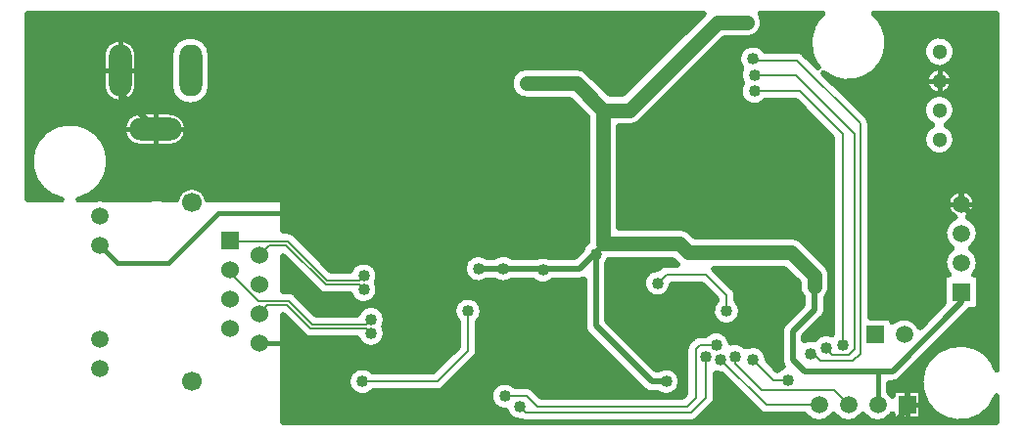
<source format=gbl>
%FSLAX25Y25*%
%MOIN*%
G70*
G01*
G75*
G04 Layer_Physical_Order=2*
G04 Layer_Color=16711680*
%ADD10C,0.02000*%
%ADD11R,0.04331X0.03937*%
%ADD12R,0.05118X0.05906*%
%ADD13R,0.09843X0.07087*%
%ADD14R,0.03937X0.04331*%
%ADD15R,0.07087X0.09843*%
%ADD16R,0.14173X0.09843*%
%ADD17R,0.06000X0.06000*%
%ADD18O,0.08661X0.02362*%
%ADD19R,0.06102X0.13583*%
%ADD20R,0.06102X0.04331*%
%ADD21R,0.06102X0.04331*%
%ADD22O,0.08268X0.01181*%
%ADD23O,0.01181X0.08268*%
%ADD24R,0.01496X0.08661*%
%ADD25O,0.17323X0.05906*%
%ADD26C,0.01500*%
%ADD27C,0.01000*%
%ADD28C,0.00800*%
%ADD29C,0.05000*%
%ADD30C,0.05118*%
%ADD31R,0.05906X0.05906*%
%ADD32C,0.05906*%
%ADD33O,0.17716X0.07874*%
%ADD34O,0.07874X0.17716*%
%ADD35C,0.05906*%
%ADD36C,0.06000*%
%ADD37C,0.06693*%
%ADD38R,0.05906X0.05906*%
%ADD39C,0.05000*%
%ADD40C,0.04000*%
D10*
X426656Y477512D02*
G03*
X431528Y483000I-656J5488D01*
G01*
X430559Y473000D02*
G03*
X426656Y477512I-4559J0D01*
G01*
Y468488D02*
G03*
X430559Y473000I-656J4512D01*
G01*
X428357Y458000D02*
G03*
X431528Y463000I-2357J5000D01*
G01*
D02*
G03*
X426656Y468488I-5528J0D01*
G01*
X431528Y483000D02*
G03*
X425344Y477512I-5528J0D01*
G01*
X408311Y486000D02*
G03*
X403749Y496032I-13311J0D01*
G01*
X425344Y477512D02*
G03*
X425344Y468488I656J-4512D01*
G01*
D02*
G03*
X423643Y458000I656J-5488D01*
G01*
D02*
G03*
X431528Y453000I2357J-5000D01*
G01*
X386543Y475721D02*
G03*
X408311Y486000I8457J10279D01*
G01*
X402368Y458500D02*
G03*
X401382Y460882I-3368J0D01*
G01*
X435626Y426527D02*
G03*
X438453Y431000I-2126J4473D01*
G01*
D02*
G03*
X431374Y426527I-4953J0D01*
G01*
X436672Y416000D02*
G03*
X439421Y421000I-3172J5000D01*
G01*
D02*
G03*
X435626Y426527I-5921J0D01*
G01*
X437792Y406921D02*
G03*
X439421Y411000I-4293J4079D01*
G01*
D02*
G03*
X436672Y416000I-5921J0D01*
G01*
X431528Y453000D02*
G03*
X428357Y458000I-5528J0D01*
G01*
X431374Y426527D02*
G03*
X430328Y416000I2126J-5527D01*
G01*
D02*
G03*
X429208Y406921I3172J-5000D01*
G01*
X365968Y493000D02*
G03*
X365051Y496032I-5469J0D01*
G01*
X386251D02*
G03*
X384721Y477543I8749J-10031D01*
G01*
X379882Y482382D02*
G03*
X377500Y483368I-2382J-2382D01*
G01*
X379882Y482382D02*
G03*
X377500Y483368I-2382J-2382D01*
G01*
X360500Y487532D02*
G03*
X365968Y493000I0J5469D01*
G01*
X366557Y483368D02*
G03*
X358636Y477376I-4057J-2868D01*
G01*
D02*
G03*
X358862Y472250I4363J-2376D01*
G01*
X402368Y458500D02*
G03*
X401382Y460882I-3368J0D01*
G01*
X379367Y418367D02*
G03*
X375500Y419969I-3867J-3867D01*
G01*
X379372Y418362D02*
G03*
X375500Y419969I-3872J-3862D01*
G01*
X358862Y472250D02*
G03*
X366652Y466131I4138J-2750D01*
G01*
X388968Y406500D02*
G03*
X387362Y410372I-5469J0D01*
G01*
X388968Y406500D02*
G03*
X387367Y410367I-5469J0D01*
G01*
X341367Y421367D02*
G03*
X337500Y422968I-3867J-3867D01*
G01*
X341372Y421362D02*
G03*
X337500Y422968I-3872J-3862D01*
G01*
X336633Y410633D02*
G03*
X336917Y410368I3867J3867D01*
G01*
X336628Y410638D02*
G03*
X336917Y410368I3872J3862D01*
G01*
X333000D02*
G03*
X330618Y409382I0J-3368D01*
G01*
X333000Y410368D02*
G03*
X330618Y409382I0J-3368D01*
G01*
X436306Y394694D02*
G03*
X436644Y395079I-2806J2806D01*
G01*
X436302Y394690D02*
G03*
X436644Y395079I-2802J2810D01*
G01*
X445532Y374488D02*
G03*
X419935Y367453I-12531J-4488D01*
G01*
X387469Y399238D02*
G03*
X388968Y403000I-3968J3762D01*
G01*
X419374Y388986D02*
G03*
X409921Y390792I-5374J-2486D01*
G01*
X386302Y392190D02*
G03*
X387469Y395000I-2802J2810D01*
G01*
X389515Y386542D02*
G03*
X383378Y384774I-2015J-4541D01*
G01*
X419953Y367363D02*
G03*
X445532Y365512I13047J2637D01*
G01*
X410000Y370031D02*
G03*
X412810Y371198I0J3968D01*
G01*
X410000Y370031D02*
G03*
X412806Y371194I0J3968D01*
G01*
X410047Y365596D02*
G03*
X408718Y367108I-5047J-3096D01*
G01*
X400000Y359328D02*
G03*
X410047Y359404I5000J3172D01*
G01*
X380130Y359132D02*
G03*
X390000Y359328I4870J3368D01*
G01*
D02*
G03*
X400000Y359328I5000J3172D01*
G01*
X378031Y403000D02*
G03*
X379532Y399238I5469J0D01*
G01*
X386306Y392194D02*
G03*
X387469Y395000I-2806J2806D01*
G01*
X358484Y394484D02*
G03*
X356884Y398136I-4969J0D01*
G01*
X373198Y390310D02*
G03*
X372031Y387500I2802J-2810D01*
G01*
X373194Y390306D02*
G03*
X372031Y387500I2806J-2806D01*
G01*
X356884Y399984D02*
G03*
X355898Y402366I-3368J0D01*
G01*
X356884Y399984D02*
G03*
X355898Y402366I-3368J0D01*
G01*
X350147Y398136D02*
G03*
X358484Y394484I3368J-3652D01*
G01*
X354918Y383710D02*
G03*
X346348Y386368I-4918J-710D01*
G01*
X344500D02*
G03*
X342118Y385382I0J-3368D01*
G01*
X344500Y386368D02*
G03*
X342118Y385382I0J-3368D01*
G01*
X383378Y384774D02*
G03*
X379969Y384534I-1378J-4774D01*
G01*
X372031Y378000D02*
G03*
X372791Y375665I3968J0D01*
G01*
X372031Y378000D02*
G03*
X372791Y375665I3968J0D01*
G01*
D02*
G03*
X370871Y374393I1709J-4665D01*
G01*
X367469Y378000D02*
G03*
X360146Y382375I-4969J0D01*
G01*
D02*
G03*
X354918Y383710I-3646J-3375D01*
G01*
X364618Y360118D02*
G03*
X367000Y359132I2382J2382D01*
G01*
X364618Y360118D02*
G03*
X367000Y359132I2382J2382D01*
G01*
X340618Y383882D02*
G03*
X339632Y381500I2382J-2382D01*
G01*
X340618Y383882D02*
G03*
X339632Y381500I2382J-2382D01*
G01*
X349868Y373307D02*
G03*
X351701Y373036I1632J4693D01*
G01*
X337968Y370500D02*
G03*
X330011Y374468I-4969J0D01*
G01*
Y366531D02*
G03*
X337968Y370500I2990J3968D01*
G01*
X325194Y367694D02*
G03*
X328000Y366531I2806J2806D01*
G01*
X348882Y362618D02*
G03*
X349868Y365000I-2382J2382D01*
G01*
X348882Y362618D02*
G03*
X349868Y365000I-2382J2382D01*
G01*
X341500Y356631D02*
G03*
X343882Y357618I0J3368D01*
G01*
X341500Y356631D02*
G03*
X343882Y357618I0J3368D01*
G01*
X306218Y476015D02*
G03*
X302346Y477622I-3872J-3862D01*
G01*
X306213Y476020D02*
G03*
X302346Y477622I-3867J-3867D01*
G01*
X285500D02*
G03*
X285500Y466685I0J-5469D01*
G01*
X320500Y457531D02*
G03*
X324372Y459138I0J5469D01*
G01*
X320500Y457531D02*
G03*
X324367Y459133I0J5469D01*
G01*
X306031Y417984D02*
G03*
X304211Y415323I2968J-3984D01*
G01*
X206482Y420782D02*
G03*
X204100Y421769I-2382J-2382D01*
G01*
X206482Y420782D02*
G03*
X204100Y421769I-2382J-2382D01*
G01*
X177905Y481421D02*
G03*
X164094Y481421I-6905J0D01*
G01*
Y471579D02*
G03*
X177905Y471579I6905J0D01*
G01*
X152937Y481421D02*
G03*
X141063Y481421I-5937J0D01*
G01*
Y471579D02*
G03*
X152937Y471579I5937J0D01*
G01*
X169858Y456500D02*
G03*
X163921Y462437I-5937J0D01*
G01*
Y450563D02*
G03*
X169858Y456500I0J5937D01*
G01*
X154079Y462437D02*
G03*
X154079Y450563I0J-5937D01*
G01*
X176754Y432500D02*
G03*
X166246Y432500I-5254J-988D01*
G01*
X162748D02*
G03*
X156252Y432500I-3248J-8996D01*
G01*
X143311Y445500D02*
G03*
X127139Y432500I-13311J0D01*
G01*
X132861D02*
G03*
X143311Y445500I-2861J13000D01*
G01*
X142362Y432500D02*
G03*
X138055Y432500I-2154J-5516D01*
G01*
X312968Y411011D02*
G03*
X313562Y412032I-3968J2990D01*
G01*
X303500Y405031D02*
G03*
X305031Y405339I0J3968D01*
G01*
X303500Y405031D02*
G03*
X305031Y405339I0J3968D01*
G01*
X330201Y408964D02*
G03*
X334955Y403631I-201J-4964D01*
G01*
X293172Y412968D02*
G03*
X288828Y412968I-2172J-4468D01*
G01*
X287442Y405031D02*
G03*
X294557Y405031I3557J3469D01*
G01*
X280489Y412968D02*
G03*
X274511Y412968I-2990J-3968D01*
G01*
X271989D02*
G03*
X271989Y405031I-2990J-3968D01*
G01*
X274511D02*
G03*
X280489Y405031I2990J3968D01*
G01*
X270468Y394500D02*
G03*
X262132Y390848I-4969J0D01*
G01*
X268868D02*
G03*
X270468Y394500I-3368J3652D01*
G01*
X305031Y389500D02*
G03*
X306198Y386690I3968J0D01*
G01*
X305031Y389500D02*
G03*
X306194Y386694I3968J0D01*
G01*
X287882Y367882D02*
G03*
X285500Y368868I-2382J-2382D01*
G01*
X325190Y367698D02*
G03*
X328000Y366531I2810J2802D01*
G01*
X287882Y367882D02*
G03*
X285500Y368868I-2382J-2382D01*
G01*
X283398Y357037D02*
G03*
X285000Y356631I1602J2963D01*
G01*
X283398Y357037D02*
G03*
X285000Y356631I1602J2963D01*
G01*
X267882Y378618D02*
G03*
X268868Y381000I-2382J2382D01*
G01*
X267882Y378618D02*
G03*
X268868Y381000I-2382J2382D01*
G01*
X278410Y360548D02*
G03*
X283398Y357037I4752J1452D01*
G01*
X281652Y368868D02*
G03*
X278410Y360548I-3652J-3368D01*
G01*
X234404Y404200D02*
G03*
X234968Y406500I-4404J2300D01*
G01*
D02*
G03*
X225357Y408268I-4969J0D01*
G01*
X234968Y401900D02*
G03*
X234404Y404200I-4969J0D01*
G01*
X225357Y400132D02*
G03*
X234968Y401900I4643J1768D01*
G01*
X237469Y391600D02*
G03*
X227857Y393369I-4969J0D01*
G01*
X206882Y400382D02*
G03*
X204500Y401369I-2382J-2382D01*
G01*
X214638Y401118D02*
G03*
X217020Y400132I2382J2382D01*
G01*
X214638Y401118D02*
G03*
X217020Y400132I2382J2382D01*
G01*
X206882Y400382D02*
G03*
X204500Y401369I-2382J-2382D01*
G01*
X255000Y367131D02*
G03*
X257382Y368118I0J3368D01*
G01*
X255000Y367131D02*
G03*
X257382Y368118I0J3368D01*
G01*
X237469Y387000D02*
G03*
X236904Y389300I-4969J0D01*
G01*
D02*
G03*
X237469Y391600I-4404J2300D01*
G01*
X227857Y385231D02*
G03*
X237469Y387000I4643J1768D01*
G01*
X209538Y386218D02*
G03*
X211920Y385231I2382J2382D01*
G01*
X209538Y386218D02*
G03*
X211920Y385231I2382J2382D01*
G01*
X233152Y373868D02*
G03*
X233152Y367131I-3652J-3368D01*
G01*
X431436Y484000D02*
X445532D01*
X430643Y486000D02*
X445532D01*
X431436Y482000D02*
X445532D01*
X428357Y488000D02*
X445532D01*
X430643Y480000D02*
X445532D01*
X430448Y474000D02*
X445532D01*
X428357Y478000D02*
X445532D01*
X429433Y476000D02*
X445532D01*
X430000Y486815D02*
Y496032D01*
X428000Y488153D02*
Y496032D01*
X430000Y475187D02*
Y479185D01*
X426000Y488528D02*
Y496032D01*
X428000Y477097D02*
Y477847D01*
X424000Y477097D02*
Y477847D01*
X430448Y472000D02*
X445532D01*
X436000Y435276D02*
Y496032D01*
X438000Y433069D02*
Y496032D01*
X429433Y470000D02*
X445532D01*
X428357Y468000D02*
X445532D01*
X431436Y464000D02*
X445532D01*
X431436Y462000D02*
X445532D01*
X430643Y466000D02*
X445532D01*
X430643Y460000D02*
X445532D01*
X434000Y435927D02*
Y496032D01*
X430000Y466815D02*
Y470813D01*
X432000Y435720D02*
Y496032D01*
X430000Y456815D02*
Y459185D01*
X428000Y468153D02*
Y468903D01*
X406882Y492000D02*
X445532D01*
X405639Y494000D02*
X445532D01*
X424000Y488153D02*
Y496032D01*
X403749D02*
X445532D01*
X403785Y496000D02*
X445532D01*
X408160Y488000D02*
X423643D01*
X407696Y490000D02*
X445532D01*
X405639Y478000D02*
X423643D01*
X422000Y486815D02*
Y496032D01*
X408000Y488861D02*
Y496032D01*
X408311Y486000D02*
X421357D01*
X406000Y493496D02*
Y496032D01*
X408160Y484000D02*
X420564D01*
X407696Y482000D02*
X420564D01*
X406882Y480000D02*
X421357D01*
X403785Y476000D02*
X422567D01*
X422000Y475187D02*
Y479185D01*
X424000Y468153D02*
Y468903D01*
X392264Y470000D02*
X422567D01*
X422000Y456815D02*
Y459185D01*
X394264Y468000D02*
X423643D01*
X422000Y466815D02*
Y470813D01*
X400761Y474000D02*
X421552D01*
X396264Y466000D02*
X421357D01*
X390264Y472000D02*
X421552D01*
X402016Y460000D02*
X421357D01*
X398264Y464000D02*
X420564D01*
X400264Y462000D02*
X420564D01*
X431436Y454000D02*
X445532D01*
X430643Y456000D02*
X445532D01*
X431436Y452000D02*
X445532D01*
X430643Y450000D02*
X445532D01*
X428357Y448000D02*
X445532D01*
X438351Y432000D02*
X445532D01*
X438351Y430000D02*
X445532D01*
X437441Y434000D02*
X445532D01*
X436672Y426000D02*
X445532D01*
X430000Y434504D02*
Y449185D01*
X437441Y428000D02*
X445532D01*
X436000Y426368D02*
Y426724D01*
X430000Y425776D02*
Y427496D01*
X439336Y422000D02*
X445532D01*
X438605Y424000D02*
X445532D01*
X439336Y420000D02*
X445532D01*
X438605Y418000D02*
X445532D01*
X436672Y416000D02*
X445532D01*
X439336Y412000D02*
X445532D01*
X439421Y406000D02*
X445532D01*
X438605Y414000D02*
X445532D01*
X438605Y408000D02*
X445532D01*
X438000Y424849D02*
Y428931D01*
Y414849D02*
Y417151D01*
X430000Y415776D02*
Y416224D01*
X439336Y410000D02*
X445532D01*
X437792Y406921D02*
X439421D01*
X428357Y458000D02*
X445532D01*
X402368Y446000D02*
X445532D01*
X402368Y444000D02*
X445532D01*
X402368Y442000D02*
X445532D01*
X402368Y436000D02*
X445532D01*
X402368Y428000D02*
X429559D01*
X402368Y440000D02*
X445532D01*
X402368Y438000D02*
X445532D01*
X402368Y452000D02*
X420564D01*
X402368Y454000D02*
X420564D01*
X402368Y450000D02*
X421357D01*
X402368Y458000D02*
X423643D01*
X402368Y456000D02*
X421357D01*
X402368Y432000D02*
X428649D01*
X402368Y430000D02*
X428649D01*
X402368Y448000D02*
X423643D01*
X402368Y434000D02*
X429559D01*
X402368Y426000D02*
X430328D01*
X402368Y424000D02*
X428395D01*
X402368Y418000D02*
X428395D01*
X402368Y408000D02*
X428395D01*
X427579Y406921D02*
X429208D01*
X402368Y416000D02*
X430328D01*
X402368Y414000D02*
X428395D01*
X428000Y423194D02*
Y447847D01*
Y413194D02*
Y418807D01*
X402368Y422000D02*
X427664D01*
X402368Y420000D02*
X427664D01*
X402368Y412000D02*
X427664D01*
X428000Y406921D02*
Y408807D01*
X402368Y410000D02*
X427664D01*
X402368Y406000D02*
X427579D01*
X384000Y493496D02*
Y496032D01*
X382000Y488861D02*
Y496032D01*
X378000Y483331D02*
Y496032D01*
X365051D02*
X386251D01*
X365072Y496000D02*
X386215D01*
X365876Y494000D02*
X384361D01*
X366026Y484000D02*
X381840D01*
X365876Y492000D02*
X383118D01*
X365072Y490000D02*
X382304D01*
X374000Y483368D02*
Y496032D01*
X372000Y483368D02*
Y496032D01*
X376000Y483368D02*
Y496032D01*
X370000Y483368D02*
Y496032D01*
X366557Y483368D02*
X377500D01*
X368000D02*
Y496032D01*
X364000Y485237D02*
Y488798D01*
X366000Y484026D02*
Y496032D01*
X400000Y462264D02*
Y473664D01*
X390000Y472264D02*
Y473664D01*
X402000Y460032D02*
Y474678D01*
X388264Y474000D02*
X389240D01*
X386543Y475721D02*
X401382Y460882D01*
X396000Y466264D02*
Y472727D01*
X398000Y464264D02*
Y473032D01*
X392000Y470264D02*
Y473032D01*
X394000Y468264D02*
Y472727D01*
X382000Y480264D02*
Y483139D01*
X380000Y482264D02*
Y496032D01*
X382264Y480000D02*
X383118D01*
X388000Y474264D02*
Y474678D01*
X380264Y482000D02*
X382304D01*
X379882Y482382D02*
X384721Y477543D01*
X362715Y488000D02*
X381840D01*
X362000Y485443D02*
Y487741D01*
X352765Y487532D02*
X360500D01*
X358000Y482606D02*
Y487532D01*
X351234Y486000D02*
X381689D01*
X360000Y484794D02*
Y487532D01*
X349234Y484000D02*
X358974D01*
X347234Y482000D02*
X357763D01*
X338000Y488234D02*
Y496032D01*
X336000Y486234D02*
Y496032D01*
X334000Y484234D02*
Y496032D01*
X332000Y482234D02*
Y496032D01*
X330000Y480234D02*
Y496032D01*
X344000Y494234D02*
Y496032D01*
X345234Y480000D02*
X357557D01*
X342000Y492234D02*
Y496032D01*
X340000Y490234D02*
Y496032D01*
X358000Y419969D02*
Y478394D01*
X356000Y419969D02*
Y487532D01*
X352000Y419969D02*
Y486766D01*
X354000Y419969D02*
Y487532D01*
X343234Y478000D02*
X358206D01*
X341234Y476000D02*
X358133D01*
X339234Y474000D02*
X358133D01*
X348000Y419969D02*
Y482766D01*
X346000Y419969D02*
Y480766D01*
X350000Y419969D02*
Y484766D01*
X328000Y478234D02*
Y496032D01*
X326000Y476234D02*
Y496032D01*
X342000Y420734D02*
Y476766D01*
X344000Y419969D02*
Y478766D01*
X338000Y422946D02*
Y472766D01*
X340000Y422364D02*
Y474766D01*
X377105Y466131D02*
X389632Y453605D01*
X376000Y419946D02*
Y466131D01*
X378000Y419364D02*
Y465236D01*
X366652Y466131D02*
X377105D01*
X366527Y466000D02*
X377236D01*
X371000Y419969D02*
X375500D01*
X372000D02*
Y466131D01*
X370000Y419969D02*
Y466131D01*
X374000Y419969D02*
Y466131D01*
X368000Y419969D02*
Y466131D01*
X364000Y419969D02*
Y464633D01*
X366000Y419969D02*
Y465540D01*
X360000Y419969D02*
Y465540D01*
X362000Y419969D02*
Y464633D01*
X385734Y412000D02*
X389632D01*
X383734Y414000D02*
X389632D01*
X379734Y418000D02*
X389632D01*
X381734Y416000D02*
X389632D01*
X388759Y408000D02*
X389632D01*
X388968Y406000D02*
X389632D01*
X387702Y410000D02*
X389632D01*
X386000Y411734D02*
Y457236D01*
X384000Y413734D02*
Y459236D01*
X388000Y409607D02*
Y455236D01*
X380000Y417734D02*
Y463236D01*
X382000Y415734D02*
Y461236D01*
X379372Y418362D02*
X387362Y410372D01*
X354000Y404264D02*
Y409031D01*
X352000Y406264D02*
Y409031D01*
X352264Y406000D02*
X376266D01*
X337234Y472000D02*
X358706D01*
X333234Y468000D02*
X358263D01*
X331234Y466000D02*
X359473D01*
X329234Y464000D02*
X379236D01*
X327234Y462000D02*
X381236D01*
X342734Y420000D02*
X389632D01*
X342765Y419969D02*
X371000D01*
X325234Y460000D02*
X383236D01*
X340607Y422000D02*
X389632D01*
X335234Y470000D02*
X358057D01*
X336000Y422968D02*
Y470766D01*
X334000Y422968D02*
Y468766D01*
X330000Y422968D02*
Y464766D01*
X332000Y422968D02*
Y466766D01*
X326000Y422968D02*
Y460766D01*
X328000Y422968D02*
Y462766D01*
X341372Y421362D02*
X342765Y419969D01*
X335235Y412032D02*
X336628Y410638D01*
X336000Y410368D02*
Y411266D01*
X350000Y408264D02*
Y409031D01*
X350264Y408000D02*
X374266D01*
X333000Y410368D02*
X336917D01*
X349232Y409031D02*
X373235D01*
X334000Y410368D02*
Y412032D01*
X332000Y410217D02*
Y412032D01*
X330000Y408968D02*
Y412032D01*
X328000Y408548D02*
Y412032D01*
X330201Y408964D02*
X330618Y409382D01*
X326000Y406947D02*
Y412032D01*
X439421Y400000D02*
X445532D01*
X439421Y402000D02*
X445532D01*
X439421Y398000D02*
X445532D01*
X439421Y404000D02*
X445532D01*
X439421Y395079D02*
Y406921D01*
Y396000D02*
X445532D01*
X435612Y394000D02*
X445532D01*
X433612Y392000D02*
X445532D01*
X431612Y390000D02*
X445532D01*
X427579Y397191D02*
Y406921D01*
X426000Y395612D02*
Y447472D01*
X424000Y393612D02*
Y447847D01*
X422000Y391612D02*
Y449185D01*
X420000Y389612D02*
Y496032D01*
X436644Y395079D02*
X439421D01*
X418776Y390000D02*
X420388D01*
X444000Y377496D02*
Y496032D01*
X442000Y379807D02*
Y496032D01*
X445532Y374488D02*
Y496032D01*
X429612Y388000D02*
X445532D01*
X440000Y381322D02*
Y496032D01*
X427612Y386000D02*
X445532D01*
X438761Y382000D02*
X445532D01*
X425612Y384000D02*
X445532D01*
X436000Y382969D02*
Y394388D01*
X434000Y383273D02*
Y392388D01*
X438000Y382336D02*
Y395079D01*
X419374Y388986D02*
X427579Y397191D01*
X432000Y383273D02*
Y390388D01*
X430000Y382969D02*
Y388388D01*
X428000Y382336D02*
Y386388D01*
X426000Y381322D02*
Y384388D01*
X424000Y379807D02*
Y382388D01*
X402368Y404000D02*
X427579D01*
X408000Y392421D02*
Y483139D01*
X414000Y392421D02*
Y496032D01*
X402368Y402000D02*
X427579D01*
X402368Y400000D02*
X427579D01*
X402368Y394000D02*
X424388D01*
X402368Y392421D02*
X409921D01*
X402368Y398000D02*
X427579D01*
X402368Y396000D02*
X426388D01*
X388968Y404000D02*
X389632D01*
X388968Y403000D02*
Y406500D01*
X402368Y392421D02*
Y458500D01*
X388876Y402000D02*
X389632D01*
X388072Y400000D02*
X389632D01*
X387469Y398000D02*
X389632D01*
X387469Y396000D02*
X389632D01*
X387340Y394000D02*
X389632D01*
X418000Y390866D02*
Y496032D01*
X416000Y392073D02*
Y496032D01*
X412810Y371198D02*
X436302Y394690D01*
X412000Y392073D02*
Y496032D01*
X410000Y390866D02*
Y496032D01*
X409921Y392000D02*
X411806D01*
X416193D02*
X422388D01*
X409921Y390792D02*
Y392421D01*
X406000D02*
Y478504D01*
X404000Y392421D02*
Y476193D01*
X389632Y386652D02*
Y453605D01*
X388000Y386943D02*
Y399893D01*
X386112Y392000D02*
X389632D01*
X384112Y390000D02*
X389632D01*
X382112Y388000D02*
X389632D01*
X443639Y378000D02*
X445532D01*
X441785Y380000D02*
X445532D01*
X444882Y376000D02*
X445532D01*
X423612Y382000D02*
X427240D01*
X421612Y380000D02*
X424215D01*
X444882Y364000D02*
X445532D01*
X443639Y362000D02*
X445532D01*
X419953Y360000D02*
X424215D01*
X441785D02*
X445532D01*
X419612Y378000D02*
X422361D01*
X422000Y377496D02*
Y380388D01*
X420000Y372861D02*
Y378388D01*
X417612Y376000D02*
X421118D01*
X418000Y367453D02*
Y376388D01*
X419953Y364000D02*
X421118D01*
X419953Y362000D02*
X422361D01*
X416000Y367453D02*
Y374388D01*
X419953Y366000D02*
X420304D01*
X444000Y356469D02*
Y362504D01*
X442000Y356469D02*
Y360193D01*
X445532Y356469D02*
Y365512D01*
X440000Y356469D02*
Y358678D01*
X438761Y358000D02*
X445532D01*
X438000Y356469D02*
Y357664D01*
X430000Y356469D02*
Y357031D01*
X436000Y356469D02*
Y357031D01*
X424000Y356469D02*
Y360193D01*
X422000Y356469D02*
Y362504D01*
X426000Y356469D02*
Y358678D01*
X419953Y357547D02*
Y367363D01*
X420000Y356469D02*
Y367139D01*
X419953Y358000D02*
X427240D01*
X428000Y356469D02*
Y357664D01*
X416000Y356469D02*
Y357547D01*
X418000Y356469D02*
Y357547D01*
X415612Y374000D02*
X420304D01*
X413612Y372000D02*
X419840D01*
X414000Y367453D02*
Y372388D01*
X408718Y370000D02*
X419689D01*
X408718Y368000D02*
X419840D01*
X410047Y367453D02*
X419935D01*
X412000D02*
Y370572D01*
X408718Y367108D02*
Y370031D01*
X410000Y365672D02*
Y370031D01*
X410047Y365596D02*
Y367453D01*
X408848Y358000D02*
X410047D01*
X408718Y370031D02*
X410000D01*
X414000Y356469D02*
Y357547D01*
X410047D02*
Y359404D01*
X410000Y356469D02*
Y359328D01*
X398849Y358000D02*
X401152D01*
X410047Y357547D02*
X419953D01*
X412000Y356469D02*
Y357547D01*
X402000Y356469D02*
Y357395D01*
X408000Y356469D02*
Y357395D01*
X390000Y356469D02*
Y359328D01*
X400000Y356469D02*
Y359328D01*
X392000Y356469D02*
Y357395D01*
X398000Y356469D02*
Y357395D01*
X388848Y358000D02*
X391151D01*
X388000Y356469D02*
Y357395D01*
X379532Y396644D02*
Y399238D01*
X387469Y395000D02*
Y399238D01*
X373235Y409031D02*
X378031Y404235D01*
X356884Y400000D02*
X378928D01*
X373198Y390310D02*
X379532Y396644D01*
X357027Y398000D02*
X379532D01*
X358247Y396000D02*
X378888D01*
X378031Y403000D02*
Y404235D01*
X378000Y395112D02*
Y404266D01*
X376000Y393112D02*
Y406266D01*
X358000Y396624D02*
Y409031D01*
X374000Y391112D02*
Y408266D01*
X358461Y394000D02*
X376888D01*
X357819Y392000D02*
X374888D01*
X356884Y398136D02*
Y399984D01*
X379969Y385856D02*
X386302Y392190D01*
X386000Y386737D02*
Y391888D01*
X384000Y385526D02*
Y389888D01*
X380112Y386000D02*
X384553D01*
X382000Y384968D02*
Y387888D01*
X380000Y384548D02*
Y385888D01*
X379969Y384534D02*
Y385856D01*
X372000Y375294D02*
Y409031D01*
X368000Y377264D02*
Y409031D01*
X370000Y375264D02*
Y409031D01*
X360000Y382526D02*
Y409031D01*
X366000Y381526D02*
Y409031D01*
X364000Y382737D02*
Y409031D01*
X372031Y378000D02*
Y387500D01*
X358000Y383737D02*
Y392345D01*
X362000Y382943D02*
Y409031D01*
X356000Y402259D02*
Y409031D01*
X354264Y404000D02*
X378031D01*
X349232Y409031D02*
X355898Y402366D01*
X356215Y402000D02*
X378124D01*
X355655Y390000D02*
X372918D01*
X352000Y387548D02*
Y389753D01*
X345105Y403631D02*
X350147Y398589D01*
X348000Y387548D02*
Y400736D01*
X346000Y386368D02*
Y402736D01*
X334955Y403631D02*
X345105D01*
X334548Y402000D02*
X346736D01*
X350147Y398136D02*
Y398589D01*
X350000Y397995D02*
Y398736D01*
X332947Y400000D02*
X348736D01*
X350000Y387968D02*
Y390973D01*
X356000Y383943D02*
Y390181D01*
X354000Y385947D02*
Y389539D01*
X344500Y386368D02*
X346348D01*
X344000Y386331D02*
Y403631D01*
X353961Y386000D02*
X372031D01*
X340618Y383882D02*
X342118Y385382D01*
X342000Y385264D02*
Y403631D01*
X340000Y383032D02*
Y403631D01*
X338000Y365369D02*
Y403631D01*
X334000Y375367D02*
Y401053D01*
X336000Y374461D02*
Y403631D01*
X332000Y375367D02*
Y399452D01*
X330000Y374468D02*
Y399031D01*
X326000Y378112D02*
Y401053D01*
X328000Y376112D02*
Y399452D01*
X354867Y384000D02*
X372031D01*
X367048Y380000D02*
X372031D01*
X369264Y376000D02*
X372572D01*
X367469Y378000D02*
X372031D01*
X367000Y359132D02*
X380130D01*
X365447Y382000D02*
X372031D01*
X367464Y377799D02*
X370871Y374393D01*
X351701Y373036D02*
X364618Y360118D01*
X349868Y366000D02*
X358736D01*
X349868Y372000D02*
X352736D01*
X349868Y370000D02*
X354736D01*
X372000Y356469D02*
Y359132D01*
X370000Y356469D02*
Y359132D01*
X374000Y356469D02*
Y359132D01*
X368000Y356469D02*
Y359132D01*
X380000Y356469D02*
Y359132D01*
X382000Y356469D02*
Y357395D01*
X376000Y356469D02*
Y359132D01*
X378000Y356469D02*
Y359132D01*
X356000Y356469D02*
Y368736D01*
X354000Y356469D02*
Y370736D01*
X358000Y356469D02*
Y366736D01*
X350000Y356469D02*
Y373263D01*
X352000Y356469D02*
Y372736D01*
X364000Y356469D02*
Y360736D01*
X366000Y356469D02*
Y359283D01*
X360000Y356469D02*
Y364736D01*
X362000Y356469D02*
Y362736D01*
X326112Y378000D02*
X339632D01*
X336526Y374000D02*
X339632D01*
X337943Y370000D02*
X339632D01*
X349868Y368000D02*
X356736D01*
X337737Y372000D02*
X339632D01*
X337294Y368000D02*
X339632D01*
Y366395D02*
Y381500D01*
X328112Y376000D02*
X339632D01*
X329644Y374468D02*
X330011D01*
X328000Y366531D02*
X330011D01*
X335106Y366000D02*
X339236D01*
X328000Y365369D02*
Y366531D01*
X349717Y364000D02*
X360736D01*
X349868Y365000D02*
Y373307D01*
X343882Y357618D02*
X348882Y362618D01*
X348264Y362000D02*
X362736D01*
X348000Y356469D02*
Y361736D01*
X346264Y360000D02*
X364742D01*
X344264Y358000D02*
X381152D01*
X336000Y365369D02*
Y366539D01*
X338605Y365369D02*
X339632Y366395D01*
X326000Y365369D02*
Y367072D01*
X330000Y365369D02*
Y366531D01*
X344000Y356469D02*
Y357736D01*
X346000Y356469D02*
Y359736D01*
X306000Y476223D02*
Y496032D01*
X304000Y477366D02*
Y496032D01*
X308000Y474234D02*
Y496032D01*
X300000Y477622D02*
Y496032D01*
X302000Y477622D02*
Y496032D01*
X306234Y476000D02*
X325766D01*
X285500Y477622D02*
X302346D01*
X288000D02*
Y496032D01*
X286000Y477622D02*
Y496032D01*
X290000Y477622D02*
Y496032D01*
X284000Y477412D02*
Y496032D01*
X282000Y476355D02*
Y496032D01*
X296000Y477622D02*
Y496032D01*
X298000Y477622D02*
Y496032D01*
X292000Y477622D02*
Y496032D01*
X294000Y477622D02*
Y496032D01*
X324000Y474234D02*
Y496032D01*
X322000Y472234D02*
Y496032D01*
X324372Y459138D02*
X352765Y487532D01*
X320000Y470234D02*
Y496032D01*
X318235Y468469D02*
X345798Y496032D01*
X312234Y470000D02*
X319766D01*
X313765Y468469D02*
X318235D01*
X308234Y474000D02*
X323766D01*
X310234Y472000D02*
X321766D01*
X316000Y468469D02*
Y496032D01*
X314000Y468469D02*
Y496032D01*
X318000Y468469D02*
Y496032D01*
X312000Y470234D02*
Y496032D01*
X280000Y413294D02*
Y496032D01*
X310000Y472234D02*
Y496032D01*
X306218Y476015D02*
X313765Y468469D01*
X282000Y412968D02*
Y467952D01*
X115469Y494000D02*
X343766D01*
X115469Y492000D02*
X341766D01*
X115469Y490000D02*
X339766D01*
X115469Y496032D02*
X345798D01*
X115469Y496000D02*
X345766D01*
X177406Y484000D02*
X333766D01*
X177881Y482000D02*
X331766D01*
X173099Y488000D02*
X337766D01*
X176169Y486000D02*
X335766D01*
X177905Y480000D02*
X329766D01*
X196000Y432500D02*
Y496032D01*
X198000Y432500D02*
Y496032D01*
X177905Y478000D02*
X327766D01*
X177905Y476000D02*
X281613D01*
X177905Y474000D02*
X280353D01*
X177905Y472000D02*
X280034D01*
X177723Y470000D02*
X280473D01*
X176906Y468000D02*
X281943D01*
X270000Y413867D02*
Y496032D01*
X268000Y413867D02*
Y496032D01*
X214000Y413264D02*
Y496032D01*
X210000Y417264D02*
Y496032D01*
X212000Y415264D02*
Y496032D01*
X278000Y413943D02*
Y496032D01*
X276000Y413737D02*
Y496032D01*
X272000Y412968D02*
Y496032D01*
X274000Y412968D02*
Y496032D01*
X194000Y432500D02*
Y496032D01*
X192000Y432500D02*
Y496032D01*
X200000Y432500D02*
Y496032D01*
X188000Y432500D02*
Y496032D01*
X190000Y432500D02*
Y496032D01*
X206000Y421181D02*
Y496032D01*
X208000Y419264D02*
Y496032D01*
X202000Y432500D02*
Y496032D01*
X204000Y421769D02*
Y496032D01*
X316968Y446000D02*
X389632D01*
X316968Y448000D02*
X389632D01*
X316968Y444000D02*
X389632D01*
X316968Y452000D02*
X389632D01*
X316968Y450000D02*
X389632D01*
X316968Y436000D02*
X389632D01*
X316968Y434000D02*
X389632D01*
X316968Y442000D02*
X389632D01*
X316968Y438000D02*
X389632D01*
X322715Y458000D02*
X385236D01*
X285500Y466685D02*
X300081D01*
X306031Y460735D01*
X316968Y454000D02*
X389236D01*
X316968Y440000D02*
X389632D01*
X316968Y457531D02*
X320500D01*
X316968Y456000D02*
X387236D01*
X322000Y422968D02*
Y457741D01*
X320000Y422968D02*
Y457531D01*
X324000Y422968D02*
Y458798D01*
X316968Y432000D02*
X389632D01*
X316968Y430000D02*
X389632D01*
X316968Y424000D02*
X389632D01*
X316968Y422968D02*
X337500D01*
X316968Y428000D02*
X389632D01*
X316968Y426000D02*
X389632D01*
X306000Y417961D02*
Y460766D01*
X304000Y415112D02*
Y462766D01*
X302000Y413112D02*
Y464766D01*
X290000Y413367D02*
Y466685D01*
X292000Y413367D02*
Y466685D01*
X316968Y422968D02*
Y457531D01*
X318000Y422968D02*
Y457531D01*
X306031Y417984D02*
Y460735D01*
X169837Y456000D02*
X306031D01*
X169666Y458000D02*
X306031D01*
X169306Y454000D02*
X306031D01*
X168717Y460000D02*
X306031D01*
X167794Y452000D02*
X306031D01*
X143074Y448000D02*
X306031D01*
X143302Y446000D02*
X306031D01*
X142527Y450000D02*
X306031D01*
X140997Y438000D02*
X306031D01*
X166157Y462000D02*
X304766D01*
X175070Y466000D02*
X300766D01*
X143226Y444000D02*
X306031D01*
X115469Y464000D02*
X302766D01*
X142843Y442000D02*
X306031D01*
X176232Y434000D02*
X306031D01*
X176754Y432500D02*
X202500D01*
X142122Y440000D02*
X306031D01*
X174405Y436000D02*
X306031D01*
X202500Y426000D02*
X306031D01*
X202500Y428000D02*
X306031D01*
X202500Y424000D02*
X306031D01*
X202500Y432000D02*
X306031D01*
X202500Y430000D02*
X306031D01*
X209264Y418000D02*
X306031D01*
X211264Y416000D02*
X304452D01*
X202500Y422000D02*
X306031D01*
X207264Y420000D02*
X306031D01*
X284000Y412968D02*
Y466895D01*
X202500Y421769D02*
X204100D01*
X202500D02*
Y432500D01*
X271989Y412968D02*
X274511D01*
X280489D02*
X288828D01*
X213264Y414000D02*
X302888D01*
X174000Y487641D02*
Y496032D01*
X172000Y488254D02*
Y496032D01*
X176000Y486184D02*
Y496032D01*
X170000Y488254D02*
Y496032D01*
X166000Y486184D02*
Y496032D01*
X168000Y487641D02*
Y496032D01*
X150779Y486000D02*
X165831D01*
X152348Y484000D02*
X164594D01*
X152909Y482000D02*
X164119D01*
X152000Y484622D02*
Y496032D01*
X152937Y480000D02*
X164094D01*
X148000Y487273D02*
Y496032D01*
X150000Y486545D02*
Y496032D01*
X152937Y474000D02*
X164094D01*
X152937Y472000D02*
X164094D01*
X152937Y478000D02*
X164094D01*
X152937Y476000D02*
X164094D01*
X184000Y432500D02*
Y496032D01*
X182000Y432500D02*
Y496032D01*
X186000Y432500D02*
Y496032D01*
X178000Y432500D02*
Y496032D01*
X180000Y432500D02*
Y496032D01*
X177905Y471579D02*
Y481421D01*
X152723Y470000D02*
X164277D01*
X151737Y468000D02*
X165094D01*
X162000Y462437D02*
Y496032D01*
X160000Y462437D02*
Y496032D01*
X164000Y462436D02*
Y496032D01*
X158000Y462437D02*
Y496032D01*
X154000Y462436D02*
Y496032D01*
X164094Y471579D02*
Y481421D01*
X156000Y462437D02*
Y496032D01*
X152937Y471579D02*
Y481421D01*
X152000Y462061D02*
Y468377D01*
X146000Y487273D02*
Y496032D01*
X144000Y486545D02*
Y496032D01*
X142000Y484622D02*
Y496032D01*
X115469Y488000D02*
X168901D01*
X115469Y486000D02*
X143221D01*
X115469Y484000D02*
X141652D01*
X115469Y482000D02*
X141091D01*
X141063Y471579D02*
Y481421D01*
X115469Y480000D02*
X141063D01*
X115469Y478000D02*
X141063D01*
X115469Y472000D02*
X141063D01*
X115469Y470000D02*
X141277D01*
X115469Y476000D02*
X141063D01*
X115469Y474000D02*
X141063D01*
X138000Y456139D02*
Y496032D01*
X136000Y457382D02*
Y496032D01*
X140000Y454285D02*
Y496032D01*
X132000Y458660D02*
Y496032D01*
X134000Y458196D02*
Y496032D01*
X142000Y451261D02*
Y468377D01*
X115469Y468000D02*
X142263D01*
X122000Y456139D02*
Y496032D01*
X120000Y454285D02*
Y496032D01*
X118000Y451261D02*
Y496032D01*
X115469Y432500D02*
Y496032D01*
X116000Y432500D02*
Y496032D01*
X130000Y458811D02*
Y496032D01*
X128000Y458660D02*
Y496032D01*
X126000Y458196D02*
Y496032D01*
X124000Y457382D02*
Y496032D01*
X172000Y436835D02*
Y464746D01*
X170000Y436644D02*
Y464746D01*
X174000Y436238D02*
Y465359D01*
X149031Y466000D02*
X166930D01*
X168000Y460814D02*
Y465359D01*
Y435553D02*
Y452186D01*
X166000Y462061D02*
Y466816D01*
X154079Y462437D02*
X163921D01*
X150000Y460814D02*
Y466456D01*
X154079Y450563D02*
X163921D01*
X141616Y452000D02*
X150206D01*
X176000Y434399D02*
Y466816D01*
X166000Y432500D02*
Y450939D01*
X164000Y432500D02*
Y450563D01*
X160000Y433055D02*
Y450563D01*
X158000Y432950D02*
Y450563D01*
X162748Y432500D02*
X166246D01*
X162000Y432736D02*
Y450563D01*
X150000Y432500D02*
Y452186D01*
X148000Y432500D02*
Y465727D01*
X152000Y432500D02*
Y450939D01*
X144000Y432500D02*
Y466456D01*
X146000Y432500D02*
Y465727D01*
X154000Y432500D02*
Y450563D01*
X156000Y432500D02*
Y450563D01*
X142000Y432628D02*
Y439740D01*
X142362Y432500D02*
X156252D01*
X115469Y462000D02*
X151843D01*
X115469Y466000D02*
X144969D01*
X134575Y458000D02*
X148334D01*
X115469Y460000D02*
X149283D01*
X115469Y458000D02*
X125425D01*
X138181Y456000D02*
X148163D01*
X140244Y454000D02*
X148694D01*
X115469Y456000D02*
X121819D01*
X115469Y436000D02*
X120676D01*
X115469Y450000D02*
X117473D01*
X115469Y448000D02*
X116926D01*
X115469Y446000D02*
X116698D01*
X115469Y454000D02*
X119756D01*
X115469Y452000D02*
X118384D01*
X115469Y440000D02*
X117878D01*
X115469Y438000D02*
X119003D01*
X115469Y444000D02*
X116774D01*
X115469Y442000D02*
X117157D01*
X139324Y436000D02*
X168595D01*
X140000Y432902D02*
Y436715D01*
X138000Y432500D02*
Y434861D01*
X136703Y434000D02*
X166768D01*
X132861Y432500D02*
X138055D01*
X136000D02*
Y433618D01*
X120000Y432500D02*
Y436715D01*
X122000Y432500D02*
Y434861D01*
X115469Y434000D02*
X123297D01*
X118000Y432500D02*
Y439740D01*
X126000Y432500D02*
Y432804D01*
X134000Y432500D02*
Y432804D01*
X115469Y432500D02*
X127139D01*
X124000D02*
Y433618D01*
X313548Y412000D02*
X335266D01*
X313562Y412032D02*
X335235D01*
X312968Y408000D02*
X327053D01*
X312968Y410000D02*
X331468D01*
X312968Y406000D02*
X325452D01*
X312968Y404000D02*
X325031D01*
X293106D02*
X305031D01*
X312968Y402000D02*
X325452D01*
X300000Y412968D02*
Y466685D01*
X298000Y412968D02*
Y466685D01*
X301856Y412968D02*
X304211Y415323D01*
X294000Y412968D02*
Y466685D01*
X296000Y412968D02*
Y466685D01*
X293172Y412968D02*
X301856D01*
X294557Y405031D02*
X303500D01*
X322000Y382112D02*
Y412032D01*
X320000Y384112D02*
Y412032D01*
X324000Y380112D02*
Y412032D01*
X316000Y388112D02*
Y412032D01*
X318000Y386112D02*
Y412032D01*
X312968Y400000D02*
X327053D01*
X312968Y398000D02*
X350005D01*
X312968Y396000D02*
X348784D01*
X314000Y390112D02*
Y412032D01*
X312968Y391144D02*
Y411011D01*
X305031Y389500D02*
Y405339D01*
X302000Y365369D02*
Y405031D01*
X304000Y365369D02*
Y405063D01*
X298000Y365369D02*
Y405031D01*
X300000Y365369D02*
Y405031D01*
X294000Y365369D02*
Y404539D01*
X296000Y365369D02*
Y405031D01*
X288000Y412968D02*
Y466685D01*
X286000Y412968D02*
Y466685D01*
X280489Y405031D02*
X287442D01*
X234967Y402000D02*
X305031D01*
X234503Y404000D02*
X288894D01*
X234591Y400000D02*
X305031D01*
X266000Y412960D02*
Y496032D01*
X234737Y408000D02*
X264133D01*
X215264Y412000D02*
X265039D01*
X233526Y410000D02*
X264133D01*
X271989Y405031D02*
X274511D01*
X234943Y406000D02*
X265039D01*
X266000Y399443D02*
Y405039D01*
X286000Y368831D02*
Y405031D01*
X284000Y368868D02*
Y405031D01*
X288000Y367764D02*
Y404539D01*
X280000Y370048D02*
Y404706D01*
X282000Y368868D02*
Y405031D01*
X290000Y365764D02*
Y403633D01*
X292000Y365369D02*
Y403633D01*
X269026Y398000D02*
X305031D01*
X270237Y396000D02*
X305031D01*
X276000Y370048D02*
Y404263D01*
X274000Y368447D02*
Y405031D01*
X272000Y356469D02*
Y405031D01*
X264000Y399237D02*
Y496032D01*
X268000Y398794D02*
Y404133D01*
X270000Y396606D02*
Y404133D01*
X278000Y370468D02*
Y404057D01*
X316112Y388000D02*
X372063D01*
X314112Y390000D02*
X351376D01*
X312968Y391144D02*
X329644Y374468D01*
X312968Y394000D02*
X348571D01*
X312968Y392000D02*
X349213D01*
X322112Y382000D02*
X339669D01*
X324112Y380000D02*
X339632D01*
X318112Y386000D02*
X342968D01*
X320112Y384000D02*
X340736D01*
X306198Y386690D02*
X325190Y367698D01*
X280106Y370000D02*
X322888D01*
X287758Y368000D02*
X324888D01*
X281652Y368868D02*
X285500D01*
X320000Y365369D02*
Y372888D01*
X318000Y365369D02*
Y374888D01*
X322000Y365369D02*
Y370888D01*
X314000Y365369D02*
Y378888D01*
X316000Y365369D02*
Y376888D01*
X290395Y365369D02*
X338605D01*
X324000D02*
Y368888D01*
X289764Y366000D02*
X330894D01*
X285000Y356631D02*
X341500D01*
X310000Y365369D02*
Y382888D01*
X308000Y365369D02*
Y384888D01*
X312000Y365369D02*
Y380888D01*
X287882Y367882D02*
X290395Y365369D01*
X306000D02*
Y386902D01*
X284000Y356469D02*
Y356783D01*
X282000Y356469D02*
Y357169D01*
X268868Y386000D02*
X306888D01*
X268868Y388000D02*
X305326D01*
X268868Y384000D02*
X308888D01*
X268868Y382000D02*
X310888D01*
X268717Y380000D02*
X312888D01*
X267264Y378000D02*
X314888D01*
X265264Y376000D02*
X316888D01*
X263264Y374000D02*
X318888D01*
X261264Y372000D02*
X320888D01*
X269794Y392000D02*
X305031D01*
X270443Y394000D02*
X305031D01*
X268868Y381000D02*
Y390848D01*
X237204Y390000D02*
X262132D01*
X268868D02*
X305031D01*
X259264Y370000D02*
X275894D01*
X257382Y368118D02*
X267882Y378618D01*
X278000Y356469D02*
Y360531D01*
X276000Y356469D02*
Y360952D01*
X202500Y362000D02*
X274474D01*
X202500Y360000D02*
X278613D01*
X280000Y356469D02*
Y358167D01*
X202500Y358000D02*
X280214D01*
X202500Y356469D02*
X445532D01*
X268000D02*
Y378742D01*
X270000Y356469D02*
Y392394D01*
X264000Y356469D02*
Y374736D01*
X266000Y356469D02*
Y376736D01*
X257258Y368000D02*
X273706D01*
X274000Y356469D02*
Y362553D01*
X231606Y366000D02*
X273057D01*
X202500Y364000D02*
X273263D01*
X262000Y398026D02*
Y496032D01*
X236000Y395127D02*
Y496032D01*
X234000Y409447D02*
Y496032D01*
X234808Y396000D02*
X260763D01*
X233078Y398000D02*
X261974D01*
X232000Y411048D02*
Y496032D01*
X230000Y411469D02*
Y496032D01*
X228000Y411048D02*
Y496032D01*
X222000Y408268D02*
Y496032D01*
X224000Y408268D02*
Y496032D01*
X232000Y396543D02*
Y397352D01*
X234000Y396337D02*
Y398953D01*
X226000Y409447D02*
Y496032D01*
X230000Y395894D02*
Y396932D01*
X254000Y374264D02*
Y496032D01*
X252000Y373868D02*
Y496032D01*
X250000Y373868D02*
Y496032D01*
X246000Y373868D02*
Y496032D01*
X248000Y373868D02*
Y496032D01*
X260000Y380264D02*
Y496032D01*
X258000Y378264D02*
Y496032D01*
X236850Y394000D02*
X260557D01*
X256000Y376264D02*
Y496032D01*
X242000Y373868D02*
Y496032D01*
X240000Y373868D02*
Y496032D01*
X244000Y373868D02*
Y496032D01*
X224000Y393369D02*
Y400132D01*
X238000Y373868D02*
Y496032D01*
X228000Y393706D02*
Y397352D01*
X222000Y393369D02*
Y400132D01*
X226000Y393369D02*
Y398953D01*
X218000Y409264D02*
Y496032D01*
X216000Y411264D02*
Y496032D01*
X220000Y408268D02*
Y496032D01*
X206482Y420782D02*
X218995Y408268D01*
X202500Y413256D02*
X214638Y401118D01*
X217264Y410000D02*
X226473D01*
X218995Y408268D02*
X225357D01*
X202500Y404000D02*
X211756D01*
X202500Y402000D02*
X213756D01*
X204000Y401369D02*
Y411756D01*
X202500Y401369D02*
Y413256D01*
X206000Y401016D02*
Y409756D01*
X202500Y412000D02*
X203756D01*
X202500Y410000D02*
X205756D01*
X202500Y401369D02*
X204500D01*
X202500Y408000D02*
X207756D01*
X202500Y406000D02*
X209756D01*
X217020Y400132D02*
X225357D01*
X218000Y393369D02*
Y400132D01*
X220000Y393369D02*
Y400132D01*
X207264Y400000D02*
X225409D01*
X213264Y394000D02*
X228150D01*
X213895Y393369D02*
X227857D01*
X209264Y398000D02*
X226922D01*
X211264Y396000D02*
X230192D01*
X212000Y395264D02*
Y403756D01*
X214000Y393369D02*
Y401756D01*
X208000Y399264D02*
Y407756D01*
X210000Y397264D02*
Y405756D01*
X216000Y393369D02*
Y400290D01*
X206882Y400382D02*
X213895Y393369D01*
X262132Y382395D02*
Y390848D01*
X237452Y392000D02*
X261206D01*
X262000Y382264D02*
Y390973D01*
X237367Y388000D02*
X262132D01*
X237367Y386000D02*
X262132D01*
X236461Y384000D02*
X262132D01*
X253605Y373868D02*
X262132Y382395D01*
X236000Y373868D02*
Y383473D01*
X230000Y375443D02*
Y382706D01*
X228000Y375237D02*
Y384894D01*
X233152Y373868D02*
X253605D01*
X234000D02*
Y382263D01*
X232000Y374794D02*
Y382057D01*
X233027Y374000D02*
X253736D01*
X260000Y356469D02*
Y370736D01*
X258000Y356469D02*
Y368736D01*
X262000Y356469D02*
Y372736D01*
X233152Y367131D02*
X255000D01*
X256000Y356469D02*
Y367283D01*
X252000Y356469D02*
Y367131D01*
X254000Y356469D02*
Y367131D01*
X248000Y356469D02*
Y367131D01*
X250000Y356469D02*
Y367131D01*
X244000Y356469D02*
Y367131D01*
X242000Y356469D02*
Y367131D01*
X246000Y356469D02*
Y367131D01*
X238000Y356469D02*
Y367131D01*
X240000Y356469D02*
Y367131D01*
X234000Y356469D02*
Y367131D01*
X236000Y356469D02*
Y367131D01*
X230000Y356469D02*
Y365557D01*
X232000Y356469D02*
Y366206D01*
X211920Y385231D02*
X227857D01*
X226000Y374026D02*
Y385231D01*
X202500Y384000D02*
X228539D01*
X202500Y382000D02*
X261736D01*
X202500Y376000D02*
X255736D01*
X202500Y374000D02*
X225974D01*
X202500Y380000D02*
X259736D01*
X202500Y378000D02*
X257736D01*
X202525Y393232D02*
X209538Y386218D01*
X202500Y392000D02*
X203756D01*
X202500Y390000D02*
X205756D01*
X202500Y388000D02*
X207756D01*
X202500Y386000D02*
X209778D01*
X202500Y372000D02*
X224763D01*
X202500Y370000D02*
X224557D01*
X224000Y356469D02*
Y385231D01*
X222000Y356469D02*
Y385231D01*
X218000Y356469D02*
Y385231D01*
X220000Y356469D02*
Y385231D01*
X226000Y356469D02*
Y366973D01*
X228000Y356469D02*
Y365763D01*
X202500Y368000D02*
X225206D01*
X202500Y366000D02*
X227394D01*
X206000Y356469D02*
Y389756D01*
X208000Y356469D02*
Y387756D01*
X202500Y356469D02*
Y393232D01*
X204000Y356469D02*
Y391756D01*
X214000Y356469D02*
Y385231D01*
X216000Y356469D02*
Y385231D01*
X210000Y356469D02*
Y385832D01*
X212000Y356469D02*
Y385231D01*
X311500Y417000D02*
Y417500D01*
X328000Y370500D02*
X333000D01*
X441500Y398000D02*
Y423000D01*
X415000Y371500D02*
X441500Y398000D01*
X415000Y362500D02*
Y371500D01*
X433500Y397500D02*
Y401000D01*
X410000Y374000D02*
X433500Y397500D01*
X404500Y374000D02*
X410000D01*
X415000Y361000D02*
Y362500D01*
X410500Y356500D02*
X415000Y361000D01*
X356500Y356500D02*
X410500D01*
X354000Y359000D02*
X356500Y356500D01*
X147000Y468500D02*
Y476500D01*
Y468500D02*
X159000Y456500D01*
X269000Y409000D02*
X277500D01*
X303500D01*
X309000Y389500D02*
Y414000D01*
Y389500D02*
X328000Y370500D01*
X303500Y409000D02*
X311500Y417000D01*
X383500Y395000D02*
Y403000D01*
X376000Y387500D02*
X383500Y395000D01*
X376000Y378000D02*
Y387500D01*
Y378000D02*
X380000Y374000D01*
X404500D01*
X433500Y431000D02*
Y469500D01*
X430000Y473000D02*
X433500Y469500D01*
X426000Y473000D02*
X430000D01*
X433500Y431000D02*
X441500Y423000D01*
D17*
X184500Y418520D02*
D03*
D26*
X426000Y473000D02*
X429559D01*
X426000D02*
Y476559D01*
Y469441D02*
Y473000D01*
X422441D02*
X426000D01*
X433500Y431000D02*
X437453D01*
X433500D02*
Y434953D01*
X429547Y431000D02*
X433500D01*
X415000Y362500D02*
X418953D01*
X415000Y358547D02*
Y362500D01*
Y366453D01*
X147000Y476500D02*
X151937D01*
X147000D02*
Y486358D01*
X142063Y476500D02*
X147000D01*
Y466642D02*
Y476500D01*
X159000Y456500D02*
X168858D01*
X159000D02*
Y461437D01*
Y451563D02*
Y456500D01*
X149142D02*
X159000D01*
X194500Y383520D02*
X227480D01*
X233000Y378000D01*
X140209Y417000D02*
X146209Y411000D01*
X163500D01*
X180500Y428000D01*
X223000D01*
X235500Y415500D01*
X405000Y362500D02*
Y373500D01*
X404500Y374000D02*
X405000Y373500D01*
X419500Y473000D02*
X426000D01*
X415000Y468500D02*
X419500Y473000D01*
X415000Y451500D02*
Y468500D01*
D28*
X343000Y381500D02*
X344500Y383000D01*
X343000Y365000D02*
Y381500D01*
X340000Y362000D02*
X343000Y365000D01*
X331500Y382500D02*
X339000Y375000D01*
Y367000D02*
Y375000D01*
X336500Y364500D02*
X339000Y367000D01*
X344500Y383000D02*
X350000D01*
X346500Y365000D02*
Y379000D01*
X341500Y360000D02*
X346500Y365000D01*
X377500Y480000D02*
X399000Y458500D01*
Y380000D02*
Y458500D01*
X396500Y377500D02*
X399000Y380000D01*
X377000Y475000D02*
X397000Y455000D01*
Y381500D02*
Y455000D01*
X395000Y379500D02*
X397000Y381500D01*
X378500Y469500D02*
X393000Y455000D01*
Y383000D02*
Y455000D01*
X363000Y475000D02*
X377000D01*
X265500Y381000D02*
Y394500D01*
X255000Y370500D02*
X265500Y381000D01*
X229500Y370500D02*
X255000D01*
X353516Y394484D02*
Y399984D01*
X346500Y407000D02*
X353516Y399984D01*
X333000Y407000D02*
X346500D01*
X330000Y404000D02*
X333000Y407000D01*
X356500Y376500D02*
Y379000D01*
X387500Y381500D02*
Y382000D01*
Y381500D02*
X389500Y379500D01*
X395000D01*
X382000Y380000D02*
X382500Y380500D01*
X385500Y377500D02*
X396500D01*
X382500Y380500D02*
X385500Y377500D01*
X363000Y469500D02*
X378500D01*
X361500Y480000D02*
X377500D01*
X351500Y378000D02*
X367000Y362500D01*
X385000D01*
X356500Y376500D02*
X365500Y367500D01*
X390000D01*
X395000Y362500D01*
X362500Y378000D02*
X369500Y371000D01*
X374500D01*
X328000Y382500D02*
X331500D01*
X283000Y362000D02*
X285000Y360000D01*
X341500D01*
X278000Y365500D02*
X285500D01*
X289000Y362000D01*
X340000D01*
X307846Y368000D02*
X321500D01*
X325000Y364500D01*
X336500D01*
X204100Y418400D02*
X217600Y404900D01*
X228400D01*
X230000Y406500D01*
X184500Y418520D02*
X184620Y418400D01*
X204100D01*
X203520Y417000D02*
X217020Y403500D01*
X228400D02*
X230000Y401900D01*
X194500Y413520D02*
X197980Y417000D01*
X203520D01*
X217020Y403500D02*
X228400D01*
X204500Y398000D02*
X212500Y390000D01*
X230900D01*
X184500Y407580D02*
X194080Y398000D01*
X184500Y407580D02*
Y408520D01*
X194080Y398000D02*
X204500D01*
X230900Y390000D02*
X232500Y391600D01*
X203920Y396600D02*
X211920Y388600D01*
X230900D02*
X232500Y387000D01*
X194500Y393520D02*
Y394100D01*
X197000Y396600D01*
X203920D01*
X211920Y388600D02*
X230900D01*
D29*
X311500Y417500D02*
X337500D01*
X311500D02*
Y463000D01*
X302346Y472154D02*
X311500Y463000D01*
X320500D02*
X350500Y493000D01*
X311500Y463000D02*
X320500D01*
X285500Y472154D02*
X302346D01*
X337500Y417500D02*
X340500Y414500D01*
X375500D01*
X383500Y406500D01*
Y403000D02*
Y406500D01*
X350500Y493000D02*
X360500D01*
D30*
X426000Y453000D02*
D03*
Y463000D02*
D03*
Y473000D02*
D03*
Y483000D02*
D03*
D31*
X415000Y362500D02*
D03*
X404000Y386500D02*
D03*
D32*
X405000Y362500D02*
D03*
X395000D02*
D03*
X385000D02*
D03*
X140209Y375016D02*
D03*
Y426984D02*
D03*
X414000Y386500D02*
D03*
X433500Y431000D02*
D03*
Y421000D02*
D03*
Y411000D02*
D03*
D33*
X159000Y456500D02*
D03*
D34*
X147000Y476500D02*
D03*
X171000D02*
D03*
D35*
X140209Y417000D02*
D03*
Y385000D02*
D03*
D36*
X184500Y388520D02*
D03*
X194500Y393520D02*
D03*
X184500Y408520D02*
D03*
X194500Y413520D02*
D03*
Y403520D02*
D03*
X184500Y398520D02*
D03*
X194500Y383520D02*
D03*
D37*
X171500Y431512D02*
D03*
Y370488D02*
D03*
D38*
X433500Y401000D02*
D03*
D39*
X252000Y360000D02*
D03*
X213000D02*
D03*
X315500Y395500D02*
D03*
X406000Y429500D02*
D03*
X413000Y492000D02*
D03*
X327500Y493000D02*
D03*
X284000Y492000D02*
D03*
X217000Y491000D02*
D03*
X254000Y492500D02*
D03*
X127500Y476000D02*
D03*
X150000Y446500D02*
D03*
X203500Y450000D02*
D03*
X245500Y452500D02*
D03*
X281500Y457000D02*
D03*
X341000Y425500D02*
D03*
X330000Y460500D02*
D03*
X355000Y460000D02*
D03*
X377500Y461000D02*
D03*
X388000Y445000D02*
D03*
X386000Y419000D02*
D03*
X372500Y403500D02*
D03*
X359500Y387500D02*
D03*
D40*
X333000Y370500D02*
D03*
X278000Y365500D02*
D03*
X350000Y383000D02*
D03*
X307846Y368000D02*
D03*
X283161Y362000D02*
D03*
X346500Y379000D02*
D03*
X233000Y378000D02*
D03*
X235500Y415500D02*
D03*
X265500Y394500D02*
D03*
X229500Y370500D02*
D03*
X328000Y382500D02*
D03*
X353516Y394484D02*
D03*
X330000Y404000D02*
D03*
X351500Y378000D02*
D03*
X356500Y379000D02*
D03*
X362500Y378000D02*
D03*
X393000Y383000D02*
D03*
X387500Y382000D02*
D03*
X382000Y380000D02*
D03*
X363000Y475000D02*
D03*
X362500Y480500D02*
D03*
X363000Y469500D02*
D03*
X354000Y359000D02*
D03*
X285500Y472154D02*
D03*
X291000Y408500D02*
D03*
X309000Y414000D02*
D03*
X277500Y409000D02*
D03*
X269000D02*
D03*
X343500Y414500D02*
D03*
X371000Y415000D02*
D03*
X383500Y403000D02*
D03*
X374500Y371000D02*
D03*
X360500Y493000D02*
D03*
X415000Y451500D02*
D03*
X289913Y472154D02*
D03*
X230000Y406500D02*
D03*
Y401900D02*
D03*
X232500Y391600D02*
D03*
Y387000D02*
D03*
M02*

</source>
